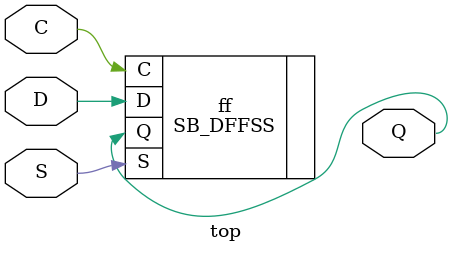
<source format=v>
module top (input C, D, S, output Q);
	SB_DFFSS ff (.C(C), .D(D), .S(S), .Q(Q));
endmodule

</source>
